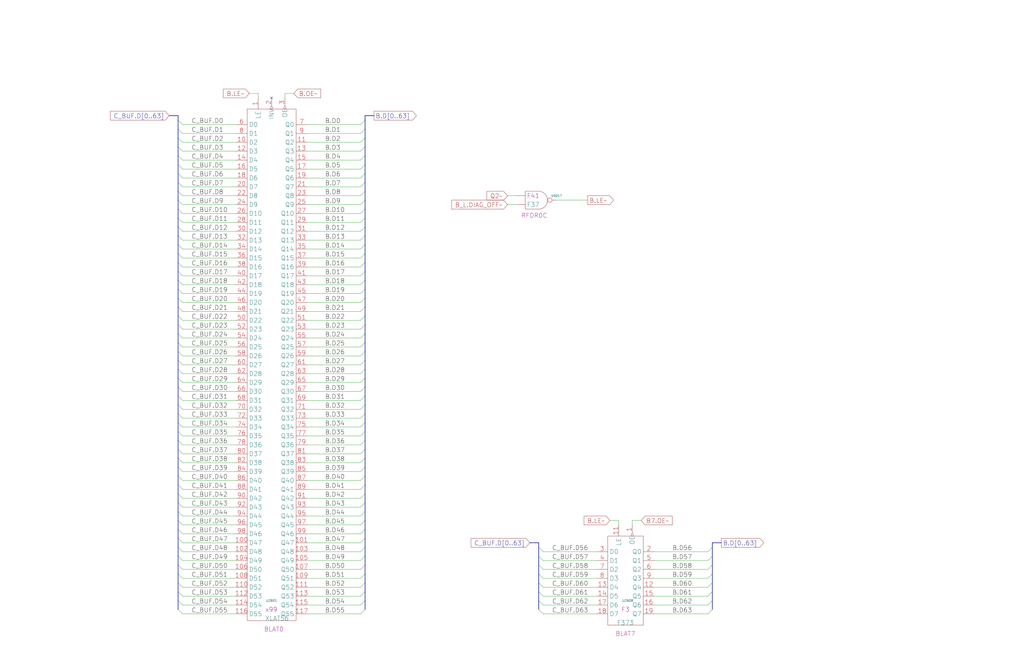
<source format=kicad_sch>
(kicad_sch (version 20230121) (generator eeschema)
  (paper "User" 584.2 378.46)
  (title_block (title "B LATCH") (date "22-MAR-90") (rev "1.0") (comment 1 "VALUE") (comment 2 "232-003063") (comment 3 "S400") (comment 4 "RELEASED"))
  (lib_symbols
    (symbol "r1000:F37" (pin_numbers hide) (pin_names (offset 0) hide)
      (property "Reference" "U" (at 15.24 0 0))
      (property "Value" "F37" (at 1.905 -5.08 0))
      (property "Location" "___" (at 1.905 0 0))
      (property "Name" "______" (at 2.54 -12.7 0))
      (symbol "F37_0_1"
        (polyline (pts (xy -2.54 -7.62) (xy 5.08 -7.62)) (stroke (width 0.1524)))
        (polyline (pts (xy -2.54 2.54) (xy -2.54 -7.62)) (stroke (width 0.1524)))
        (polyline (pts (xy -2.54 2.54) (xy 5.08 2.54)) (stroke (width 0.1524)))
        (arc (start 5.08 -7.62) (mid 10.1282 -2.54) (end 5.08 2.54) (stroke (width 0.1524)))
        (circle (center 11.43 -2.54) (radius 1.27) (stroke (width 0.1524)))
      )
      (symbol "F37_0_2"
        (circle (center -3.81 -5.08) (radius 1.27) (stroke (width 0.1524)))
        (circle (center -3.81 0) (radius 1.27) (stroke (width 0.1524)))
        (arc (start -3.175 -7.62) (mid -2.134 -2.54) (end -3.175 2.54) (stroke (width 0.1524)))
        (polyline (pts (xy -3.175 -7.62) (xy 3.81 -7.62)) (stroke (width 0.1524)))
        (polyline (pts (xy -3.175 2.54) (xy 3.81 2.54)) (stroke (width 0.1524)))
        (arc (start 3.81 -7.62) (mid 7.5855 -5.8306) (end 10.16 -2.54) (stroke (width 0.1524)))
        (arc (start 10.16 -2.54) (mid 7.5827 0.7471) (end 3.81 2.54) (stroke (width 0.1524)))
      )
      (symbol "F37_1_1"
        (pin input line (at -7.62 0 0) (length 5.08) (name "D0") (number "1"))
        (pin input line (at -7.62 -5.08 0) (length 5.08) (name "D1") (number "2"))
        (pin output line (at 15.24 -2.54 180) (length 2.54) (name "Q") (number "3"))
      )
      (symbol "F37_1_2"
        (pin input line (at -7.62 0 0) (length 2.54) (name "D0") (number "1"))
        (pin input line (at -7.62 -5.08 0) (length 2.54) (name "D1") (number "2"))
        (pin output line (at 15.24 -2.54 180) (length 5.08) (name "Q") (number "3"))
      )
    )
    (symbol "r1000:F373" (pin_names (offset 1.016))
      (property "Reference" "U" (at 2.54 5.08 0))
      (property "Value" "F373" (at -3.81 -7.62 0))
      (property "Location" "___" (at -1.27 0 0))
      (property "Name" "______" (at 1.27 -15.24 0))
      (symbol "F373_1_1"
        (rectangle (start -8.89 41.91) (end 11.43 -8.89))
        (circle (center 5.08 42.545) (radius 0.635))
        (pin input line (at 5.08 48.26 270) (length 5.08) (name "OE") (number "1"))
        (pin input line (at -2.54 48.26 270) (length 6.35) (name "LE") (number "11"))
        (pin tri_state line (at 17.78 12.7 180) (length 6.35) (name "Q4") (number "12"))
        (pin input line (at -15.24 12.7 0) (length 6.35) (name "D4") (number "13"))
        (pin input line (at -15.24 7.62 0) (length 6.35) (name "D5") (number "14"))
        (pin tri_state line (at 17.78 7.62 180) (length 6.35) (name "Q5") (number "15"))
        (pin tri_state line (at 17.78 2.54 180) (length 6.35) (name "Q6") (number "16"))
        (pin input line (at -15.24 2.54 0) (length 6.35) (name "D6") (number "17"))
        (pin input line (at -15.24 -2.54 0) (length 6.35) (name "D7") (number "18"))
        (pin tri_state line (at 17.78 -2.54 180) (length 6.35) (name "Q7") (number "19"))
        (pin tri_state line (at 17.78 33.02 180) (length 6.35) (name "Q0") (number "2"))
        (pin input line (at -15.24 33.02 0) (length 6.35) (name "D0") (number "3"))
        (pin input line (at -15.24 27.94 0) (length 6.35) (name "D1") (number "4"))
        (pin tri_state line (at 17.78 27.94 180) (length 6.35) (name "Q1") (number "5"))
        (pin tri_state line (at 17.78 22.86 180) (length 6.35) (name "Q2") (number "6"))
        (pin input line (at -15.24 22.86 0) (length 6.35) (name "D2") (number "7"))
        (pin input line (at -15.24 17.78 0) (length 6.35) (name "D3") (number "8"))
        (pin tri_state line (at 17.78 17.78 180) (length 6.35) (name "Q3") (number "9"))
      )
    )
    (symbol "r1000:XLAT56" (pin_names (offset 1.016))
      (property "Reference" "U" (at 2.54 5.08 0))
      (property "Value" "XLAT56" (at -1.27 -5.08 0))
      (property "Location" "___" (at -1.27 0 0))
      (property "Name" "______" (at 3.81 -12.7 0))
      (symbol "XLAT56_1_1"
        (rectangle (start -11.43 285.75) (end 16.51 -6.35))
        (circle (center 2.54 286.385) (radius 0.635))
        (circle (center 10.16 286.385) (radius 0.635))
        (pin input line (at -5.08 292.1 270) (length 6.35) (name "LE") (number "1"))
        (pin input line (at -17.78 266.7 0) (length 6.35) (name "D2") (number "10"))
        (pin input line (at -17.78 38.1 0) (length 6.35) (name "D47") (number "100"))
        (pin tri_state line (at 22.86 38.1 180) (length 6.35) (name "Q47") (number "101"))
        (pin input line (at -17.78 33.02 0) (length 6.35) (name "D48") (number "102"))
        (pin tri_state line (at 22.86 33.02 180) (length 6.35) (name "Q48") (number "103"))
        (pin input line (at -17.78 27.94 0) (length 6.35) (name "D49") (number "104"))
        (pin tri_state line (at 22.86 27.94 180) (length 6.35) (name "Q49") (number "105"))
        (pin input line (at -17.78 22.86 0) (length 6.35) (name "D50") (number "106"))
        (pin tri_state line (at 22.86 22.86 180) (length 6.35) (name "Q50") (number "107"))
        (pin input line (at -17.78 17.78 0) (length 6.35) (name "D51") (number "108"))
        (pin tri_state line (at 22.86 17.78 180) (length 6.35) (name "Q51") (number "109"))
        (pin tri_state line (at 22.86 266.7 180) (length 6.35) (name "Q2") (number "11"))
        (pin input line (at -17.78 12.7 0) (length 6.35) (name "D52") (number "110"))
        (pin tri_state line (at 22.86 12.7 180) (length 6.35) (name "Q52") (number "111"))
        (pin input line (at -17.78 7.62 0) (length 6.35) (name "D53") (number "112"))
        (pin tri_state line (at 22.86 7.62 180) (length 6.35) (name "Q53") (number "113"))
        (pin input line (at -17.78 2.54 0) (length 6.35) (name "D54") (number "114"))
        (pin tri_state line (at 22.86 2.54 180) (length 6.35) (name "Q54") (number "115"))
        (pin input line (at -17.78 -2.54 0) (length 6.35) (name "D55") (number "116"))
        (pin tri_state line (at 22.86 -2.54 180) (length 6.35) (name "Q55") (number "117"))
        (pin input line (at -17.78 261.62 0) (length 6.35) (name "D3") (number "12"))
        (pin tri_state line (at 22.86 261.62 180) (length 6.35) (name "Q3") (number "13"))
        (pin input line (at -17.78 256.54 0) (length 6.35) (name "D4") (number "14"))
        (pin tri_state line (at 22.86 256.54 180) (length 6.35) (name "Q4") (number "15"))
        (pin input line (at -17.78 251.46 0) (length 6.35) (name "D5") (number "16"))
        (pin tri_state line (at 22.86 251.46 180) (length 6.35) (name "Q5") (number "17"))
        (pin input line (at -17.78 246.38 0) (length 6.35) (name "D6") (number "18"))
        (pin tri_state line (at 22.86 246.38 180) (length 6.35) (name "Q6") (number "19"))
        (pin input line (at 2.54 292.1 270) (length 5.08) (name "INV") (number "2"))
        (pin input line (at -17.78 241.3 0) (length 6.35) (name "D7") (number "20"))
        (pin tri_state line (at 22.86 241.3 180) (length 6.35) (name "Q7") (number "21"))
        (pin input line (at -17.78 236.22 0) (length 6.35) (name "D8") (number "22"))
        (pin tri_state line (at 22.86 236.22 180) (length 6.35) (name "Q8") (number "23"))
        (pin input line (at -17.78 231.14 0) (length 6.35) (name "D9") (number "24"))
        (pin tri_state line (at 22.86 231.14 180) (length 6.35) (name "Q9") (number "25"))
        (pin input line (at -17.78 226.06 0) (length 6.35) (name "D10") (number "26"))
        (pin tri_state line (at 22.86 226.06 180) (length 6.35) (name "Q10") (number "27"))
        (pin input line (at -17.78 220.98 0) (length 6.35) (name "D11") (number "28"))
        (pin tri_state line (at 22.86 220.98 180) (length 6.35) (name "Q11") (number "29"))
        (pin input line (at 10.16 292.1 270) (length 5.08) (name "OE") (number "3"))
        (pin input line (at -17.78 215.9 0) (length 6.35) (name "D12") (number "30"))
        (pin tri_state line (at 22.86 215.9 180) (length 6.35) (name "Q12") (number "31"))
        (pin input line (at -17.78 210.82 0) (length 6.35) (name "D13") (number "32"))
        (pin tri_state line (at 22.86 210.82 180) (length 6.35) (name "Q13") (number "33"))
        (pin input line (at -17.78 205.74 0) (length 6.35) (name "D14") (number "34"))
        (pin tri_state line (at 22.86 205.74 180) (length 6.35) (name "Q14") (number "35"))
        (pin input line (at -17.78 200.66 0) (length 6.35) (name "D15") (number "36"))
        (pin tri_state line (at 22.86 200.66 180) (length 6.35) (name "Q15") (number "37"))
        (pin input line (at -17.78 195.58 0) (length 6.35) (name "D16") (number "38"))
        (pin tri_state line (at 22.86 195.58 180) (length 6.35) (name "Q16") (number "39"))
        (pin input line (at -17.78 190.5 0) (length 6.35) (name "D17") (number "40"))
        (pin tri_state line (at 22.86 190.5 180) (length 6.35) (name "Q17") (number "41"))
        (pin input line (at -17.78 185.42 0) (length 6.35) (name "D18") (number "42"))
        (pin tri_state line (at 22.86 185.42 180) (length 6.35) (name "Q18") (number "43"))
        (pin input line (at -17.78 180.34 0) (length 6.35) (name "D19") (number "44"))
        (pin tri_state line (at 22.86 180.34 180) (length 6.35) (name "Q19") (number "45"))
        (pin input line (at -17.78 175.26 0) (length 6.35) (name "D20") (number "46"))
        (pin tri_state line (at 22.86 175.26 180) (length 6.35) (name "Q20") (number "47"))
        (pin input line (at -17.78 170.18 0) (length 6.35) (name "D21") (number "48"))
        (pin tri_state line (at 22.86 170.18 180) (length 6.35) (name "Q21") (number "49"))
        (pin input line (at -17.78 165.1 0) (length 6.35) (name "D22") (number "50"))
        (pin tri_state line (at 22.86 165.1 180) (length 6.35) (name "Q22") (number "51"))
        (pin input line (at -17.78 160.02 0) (length 6.35) (name "D23") (number "52"))
        (pin tri_state line (at 22.86 160.02 180) (length 6.35) (name "Q23") (number "53"))
        (pin input line (at -17.78 154.94 0) (length 6.35) (name "D24") (number "54"))
        (pin tri_state line (at 22.86 154.94 180) (length 6.35) (name "Q24") (number "55"))
        (pin input line (at -17.78 149.86 0) (length 6.35) (name "D25") (number "56"))
        (pin tri_state line (at 22.86 149.86 180) (length 6.35) (name "Q25") (number "57"))
        (pin input line (at -17.78 144.78 0) (length 6.35) (name "D26") (number "58"))
        (pin tri_state line (at 22.86 144.78 180) (length 6.35) (name "Q26") (number "59"))
        (pin input line (at -17.78 276.86 0) (length 6.35) (name "D0") (number "6"))
        (pin input line (at -17.78 139.7 0) (length 6.35) (name "D27") (number "60"))
        (pin tri_state line (at 22.86 139.7 180) (length 6.35) (name "Q27") (number "61"))
        (pin input line (at -17.78 134.62 0) (length 6.35) (name "D28") (number "62"))
        (pin tri_state line (at 22.86 134.62 180) (length 6.35) (name "Q28") (number "63"))
        (pin input line (at -17.78 129.54 0) (length 6.35) (name "D29") (number "64"))
        (pin tri_state line (at 22.86 129.54 180) (length 6.35) (name "Q29") (number "65"))
        (pin input line (at -17.78 124.46 0) (length 6.35) (name "D30") (number "66"))
        (pin tri_state line (at 22.86 124.46 180) (length 6.35) (name "Q30") (number "67"))
        (pin input line (at -17.78 119.38 0) (length 6.35) (name "D31") (number "68"))
        (pin tri_state line (at 22.86 119.38 180) (length 6.35) (name "Q31") (number "69"))
        (pin tri_state line (at 22.86 276.86 180) (length 6.35) (name "Q0") (number "7"))
        (pin input line (at -17.78 114.3 0) (length 6.35) (name "D32") (number "70"))
        (pin tri_state line (at 22.86 114.3 180) (length 6.35) (name "Q32") (number "71"))
        (pin input line (at -17.78 109.22 0) (length 6.35) (name "D33") (number "72"))
        (pin tri_state line (at 22.86 109.22 180) (length 6.35) (name "Q33") (number "73"))
        (pin input line (at -17.78 104.14 0) (length 6.35) (name "D34") (number "74"))
        (pin tri_state line (at 22.86 104.14 180) (length 6.35) (name "Q34") (number "75"))
        (pin input line (at -17.78 99.06 0) (length 6.35) (name "D35") (number "76"))
        (pin tri_state line (at 22.86 99.06 180) (length 6.35) (name "Q35") (number "77"))
        (pin input line (at -17.78 93.98 0) (length 6.35) (name "D36") (number "78"))
        (pin tri_state line (at 22.86 93.98 180) (length 6.35) (name "Q36") (number "79"))
        (pin input line (at -17.78 271.78 0) (length 6.35) (name "D1") (number "8"))
        (pin input line (at -17.78 88.9 0) (length 6.35) (name "D37") (number "80"))
        (pin tri_state line (at 22.86 88.9 180) (length 6.35) (name "Q37") (number "81"))
        (pin input line (at -17.78 83.82 0) (length 6.35) (name "D38") (number "82"))
        (pin tri_state line (at 22.86 83.82 180) (length 6.35) (name "Q38") (number "83"))
        (pin input line (at -17.78 78.74 0) (length 6.35) (name "D39") (number "84"))
        (pin tri_state line (at 22.86 78.74 180) (length 6.35) (name "Q39") (number "85"))
        (pin input line (at -17.78 73.66 0) (length 6.35) (name "D40") (number "86"))
        (pin tri_state line (at 22.86 73.66 180) (length 6.35) (name "Q40") (number "87"))
        (pin input line (at -17.78 68.58 0) (length 6.35) (name "D41") (number "88"))
        (pin tri_state line (at 22.86 68.58 180) (length 6.35) (name "Q41") (number "89"))
        (pin tri_state line (at 22.86 271.78 180) (length 6.35) (name "Q1") (number "9"))
        (pin input line (at -17.78 63.5 0) (length 6.35) (name "D42") (number "90"))
        (pin tri_state line (at 22.86 63.5 180) (length 6.35) (name "Q42") (number "91"))
        (pin input line (at -17.78 58.42 0) (length 6.35) (name "D43") (number "92"))
        (pin tri_state line (at 22.86 58.42 180) (length 6.35) (name "Q43") (number "93"))
        (pin input line (at -17.78 53.34 0) (length 6.35) (name "D44") (number "94"))
        (pin tri_state line (at 22.86 53.34 180) (length 6.35) (name "Q44") (number "95"))
        (pin input line (at -17.78 48.26 0) (length 6.35) (name "D45") (number "96"))
        (pin tri_state line (at 22.86 48.26 180) (length 6.35) (name "Q45") (number "97"))
        (pin input line (at -17.78 43.18 0) (length 6.35) (name "D46") (number "98"))
        (pin tri_state line (at 22.86 43.18 180) (length 6.35) (name "Q46") (number "99"))
      )
    )
  )
  (no_connect (at 154.94 55.88))
  (bus_entry (at 208.28 78.74) (size -2.54 2.54))
  (bus_entry (at 208.28 160.02) (size -2.54 2.54))
  (bus_entry (at 208.28 266.7) (size -2.54 2.54))
  (bus_entry (at 101.6 281.94) (size 2.54 2.54))
  (bus_entry (at 208.28 332.74) (size -2.54 2.54))
  (bus_entry (at 101.6 109.22) (size 2.54 2.54))
  (bus_entry (at 101.6 190.5) (size 2.54 2.54))
  (bus_entry (at 208.28 134.62) (size -2.54 2.54))
  (bus_entry (at 208.28 226.06) (size -2.54 2.54))
  (bus_entry (at 208.28 180.34) (size -2.54 2.54))
  (bus_entry (at 101.6 251.46) (size 2.54 2.54))
  (bus_entry (at 101.6 149.86) (size 2.54 2.54))
  (bus_entry (at 208.28 261.62) (size -2.54 2.54))
  (bus_entry (at 101.6 144.78) (size 2.54 2.54))
  (bus_entry (at 101.6 302.26) (size 2.54 2.54))
  (bus_entry (at 101.6 246.38) (size 2.54 2.54))
  (bus_entry (at 208.28 292.1) (size -2.54 2.54))
  (bus_entry (at 101.6 78.74) (size 2.54 2.54))
  (bus_entry (at 208.28 307.34) (size -2.54 2.54))
  (bus_entry (at 208.28 312.42) (size -2.54 2.54))
  (bus_entry (at 208.28 139.7) (size -2.54 2.54))
  (bus_entry (at 208.28 73.66) (size -2.54 2.54))
  (bus_entry (at 101.6 114.3) (size 2.54 2.54))
  (bus_entry (at 307.34 317.5) (size 2.54 2.54))
  (bus_entry (at 208.28 195.58) (size -2.54 2.54))
  (bus_entry (at 208.28 170.18) (size -2.54 2.54))
  (bus_entry (at 208.28 342.9) (size -2.54 2.54))
  (bus_entry (at 208.28 129.54) (size -2.54 2.54))
  (bus_entry (at 307.34 322.58) (size 2.54 2.54))
  (bus_entry (at 208.28 109.22) (size -2.54 2.54))
  (bus_entry (at 208.28 347.98) (size -2.54 2.54))
  (bus_entry (at 101.6 83.82) (size 2.54 2.54))
  (bus_entry (at 101.6 185.42) (size 2.54 2.54))
  (bus_entry (at 208.28 322.58) (size -2.54 2.54))
  (bus_entry (at 101.6 332.74) (size 2.54 2.54))
  (bus_entry (at 208.28 327.66) (size -2.54 2.54))
  (bus_entry (at 101.6 134.62) (size 2.54 2.54))
  (bus_entry (at 208.28 175.26) (size -2.54 2.54))
  (bus_entry (at 307.34 327.66) (size 2.54 2.54))
  (bus_entry (at 101.6 73.66) (size 2.54 2.54))
  (bus_entry (at 101.6 347.98) (size 2.54 2.54))
  (bus_entry (at 101.6 93.98) (size 2.54 2.54))
  (bus_entry (at 208.28 154.94) (size -2.54 2.54))
  (bus_entry (at 101.6 165.1) (size 2.54 2.54))
  (bus_entry (at 208.28 124.46) (size -2.54 2.54))
  (bus_entry (at 101.6 180.34) (size 2.54 2.54))
  (bus_entry (at 208.28 119.38) (size -2.54 2.54))
  (bus_entry (at 208.28 276.86) (size -2.54 2.54))
  (bus_entry (at 101.6 68.58) (size 2.54 2.54))
  (bus_entry (at 101.6 261.62) (size 2.54 2.54))
  (bus_entry (at 208.28 200.66) (size -2.54 2.54))
  (bus_entry (at 101.6 195.58) (size 2.54 2.54))
  (bus_entry (at 101.6 129.54) (size 2.54 2.54))
  (bus_entry (at 101.6 119.38) (size 2.54 2.54))
  (bus_entry (at 101.6 139.7) (size 2.54 2.54))
  (bus_entry (at 208.28 236.22) (size -2.54 2.54))
  (bus_entry (at 208.28 165.1) (size -2.54 2.54))
  (bus_entry (at 101.6 220.98) (size 2.54 2.54))
  (bus_entry (at 101.6 327.66) (size 2.54 2.54))
  (bus_entry (at 208.28 104.14) (size -2.54 2.54))
  (bus_entry (at 406.4 317.5) (size -2.54 2.54))
  (bus_entry (at 208.28 99.06) (size -2.54 2.54))
  (bus_entry (at 208.28 185.42) (size -2.54 2.54))
  (bus_entry (at 208.28 68.58) (size -2.54 2.54))
  (bus_entry (at 406.4 322.58) (size -2.54 2.54))
  (bus_entry (at 406.4 312.42) (size -2.54 2.54))
  (bus_entry (at 208.28 83.82) (size -2.54 2.54))
  (bus_entry (at 208.28 241.3) (size -2.54 2.54))
  (bus_entry (at 307.34 337.82) (size 2.54 2.54))
  (bus_entry (at 208.28 231.14) (size -2.54 2.54))
  (bus_entry (at 208.28 337.82) (size -2.54 2.54))
  (bus_entry (at 101.6 322.58) (size 2.54 2.54))
  (bus_entry (at 208.28 114.3) (size -2.54 2.54))
  (bus_entry (at 208.28 144.78) (size -2.54 2.54))
  (bus_entry (at 101.6 215.9) (size 2.54 2.54))
  (bus_entry (at 208.28 190.5) (size -2.54 2.54))
  (bus_entry (at 208.28 215.9) (size -2.54 2.54))
  (bus_entry (at 208.28 281.94) (size -2.54 2.54))
  (bus_entry (at 208.28 256.54) (size -2.54 2.54))
  (bus_entry (at 101.6 241.3) (size 2.54 2.54))
  (bus_entry (at 101.6 266.7) (size 2.54 2.54))
  (bus_entry (at 101.6 104.14) (size 2.54 2.54))
  (bus_entry (at 101.6 271.78) (size 2.54 2.54))
  (bus_entry (at 208.28 88.9) (size -2.54 2.54))
  (bus_entry (at 307.34 342.9) (size 2.54 2.54))
  (bus_entry (at 101.6 226.06) (size 2.54 2.54))
  (bus_entry (at 208.28 287.02) (size -2.54 2.54))
  (bus_entry (at 101.6 276.86) (size 2.54 2.54))
  (bus_entry (at 406.4 327.66) (size -2.54 2.54))
  (bus_entry (at 208.28 297.18) (size -2.54 2.54))
  (bus_entry (at 406.4 337.82) (size -2.54 2.54))
  (bus_entry (at 208.28 271.78) (size -2.54 2.54))
  (bus_entry (at 101.6 154.94) (size 2.54 2.54))
  (bus_entry (at 208.28 93.98) (size -2.54 2.54))
  (bus_entry (at 208.28 149.86) (size -2.54 2.54))
  (bus_entry (at 101.6 307.34) (size 2.54 2.54))
  (bus_entry (at 208.28 302.26) (size -2.54 2.54))
  (bus_entry (at 101.6 175.26) (size 2.54 2.54))
  (bus_entry (at 101.6 210.82) (size 2.54 2.54))
  (bus_entry (at 101.6 200.66) (size 2.54 2.54))
  (bus_entry (at 101.6 342.9) (size 2.54 2.54))
  (bus_entry (at 101.6 231.14) (size 2.54 2.54))
  (bus_entry (at 101.6 292.1) (size 2.54 2.54))
  (bus_entry (at 101.6 312.42) (size 2.54 2.54))
  (bus_entry (at 101.6 99.06) (size 2.54 2.54))
  (bus_entry (at 101.6 236.22) (size 2.54 2.54))
  (bus_entry (at 208.28 210.82) (size -2.54 2.54))
  (bus_entry (at 307.34 332.74) (size 2.54 2.54))
  (bus_entry (at 101.6 160.02) (size 2.54 2.54))
  (bus_entry (at 208.28 246.38) (size -2.54 2.54))
  (bus_entry (at 101.6 124.46) (size 2.54 2.54))
  (bus_entry (at 101.6 88.9) (size 2.54 2.54))
  (bus_entry (at 307.34 312.42) (size 2.54 2.54))
  (bus_entry (at 101.6 297.18) (size 2.54 2.54))
  (bus_entry (at 406.4 332.74) (size -2.54 2.54))
  (bus_entry (at 208.28 317.5) (size -2.54 2.54))
  (bus_entry (at 101.6 337.82) (size 2.54 2.54))
  (bus_entry (at 208.28 220.98) (size -2.54 2.54))
  (bus_entry (at 307.34 347.98) (size 2.54 2.54))
  (bus_entry (at 406.4 347.98) (size -2.54 2.54))
  (bus_entry (at 208.28 205.74) (size -2.54 2.54))
  (bus_entry (at 101.6 256.54) (size 2.54 2.54))
  (bus_entry (at 101.6 205.74) (size 2.54 2.54))
  (bus_entry (at 101.6 287.02) (size 2.54 2.54))
  (bus_entry (at 406.4 342.9) (size -2.54 2.54))
  (bus_entry (at 101.6 317.5) (size 2.54 2.54))
  (bus_entry (at 208.28 251.46) (size -2.54 2.54))
  (bus_entry (at 101.6 170.18) (size 2.54 2.54))
  (wire (pts (xy 353.06 297.18) (xy 353.06 299.72)))
  (wire (pts (xy 147.32 53.34) (xy 147.32 55.88)))
  (bus (pts (xy 208.28 226.06) (xy 208.28 231.14)))
  (wire (pts (xy 175.26 248.92) (xy 205.74 248.92)))
  (bus (pts (xy 101.6 271.78) (xy 101.6 276.86)))
  (wire (pts (xy 373.38 320.04) (xy 403.86 320.04)))
  (bus (pts (xy 208.28 124.46) (xy 208.28 129.54)))
  (bus (pts (xy 101.6 246.38) (xy 101.6 251.46)))
  (bus (pts (xy 406.4 312.42) (xy 406.4 317.5)))
  (wire (pts (xy 175.26 132.08) (xy 205.74 132.08)))
  (wire (pts (xy 104.14 157.48) (xy 134.62 157.48)))
  (wire (pts (xy 104.14 208.28) (xy 134.62 208.28)))
  (bus (pts (xy 101.6 195.58) (xy 101.6 200.66)))
  (wire (pts (xy 175.26 177.8) (xy 205.74 177.8)))
  (wire (pts (xy 104.14 76.2) (xy 134.62 76.2)))
  (wire (pts (xy 142.24 53.34) (xy 147.32 53.34)))
  (wire (pts (xy 175.26 96.52) (xy 205.74 96.52)))
  (bus (pts (xy 101.6 180.34) (xy 101.6 185.42)))
  (wire (pts (xy 104.14 289.56) (xy 134.62 289.56)))
  (wire (pts (xy 104.14 314.96) (xy 134.62 314.96)))
  (bus (pts (xy 208.28 266.7) (xy 208.28 271.78)))
  (wire (pts (xy 104.14 284.48) (xy 134.62 284.48)))
  (wire (pts (xy 175.26 101.6) (xy 205.74 101.6)))
  (bus (pts (xy 208.28 251.46) (xy 208.28 256.54)))
  (wire (pts (xy 309.88 350.52) (xy 340.36 350.52)))
  (wire (pts (xy 104.14 213.36) (xy 134.62 213.36)))
  (wire (pts (xy 104.14 264.16) (xy 134.62 264.16)))
  (wire (pts (xy 175.26 213.36) (xy 205.74 213.36)))
  (bus (pts (xy 101.6 276.86) (xy 101.6 281.94)))
  (bus (pts (xy 101.6 297.18) (xy 101.6 302.26)))
  (bus (pts (xy 406.4 327.66) (xy 406.4 332.74)))
  (bus (pts (xy 101.6 312.42) (xy 101.6 317.5)))
  (wire (pts (xy 167.64 53.34) (xy 162.56 53.34)))
  (wire (pts (xy 175.26 111.76) (xy 205.74 111.76)))
  (bus (pts (xy 208.28 73.66) (xy 208.28 78.74)))
  (wire (pts (xy 104.14 233.68) (xy 134.62 233.68)))
  (wire (pts (xy 175.26 299.72) (xy 205.74 299.72)))
  (bus (pts (xy 101.6 190.5) (xy 101.6 195.58)))
  (wire (pts (xy 175.26 162.56) (xy 205.74 162.56)))
  (wire (pts (xy 104.14 172.72) (xy 134.62 172.72)))
  (bus (pts (xy 101.6 144.78) (xy 101.6 149.86)))
  (bus (pts (xy 101.6 99.06) (xy 101.6 104.14)))
  (bus (pts (xy 208.28 175.26) (xy 208.28 180.34)))
  (bus (pts (xy 208.28 160.02) (xy 208.28 165.1)))
  (wire (pts (xy 104.14 340.36) (xy 134.62 340.36)))
  (bus (pts (xy 208.28 165.1) (xy 208.28 170.18)))
  (bus (pts (xy 101.6 266.7) (xy 101.6 271.78)))
  (wire (pts (xy 175.26 233.68) (xy 205.74 233.68)))
  (bus (pts (xy 208.28 246.38) (xy 208.28 251.46)))
  (wire (pts (xy 104.14 86.36) (xy 134.62 86.36)))
  (wire (pts (xy 373.38 325.12) (xy 403.86 325.12)))
  (bus (pts (xy 208.28 231.14) (xy 208.28 236.22)))
  (wire (pts (xy 104.14 198.12) (xy 134.62 198.12)))
  (bus (pts (xy 101.6 241.3) (xy 101.6 246.38)))
  (bus (pts (xy 208.28 327.66) (xy 208.28 332.74)))
  (bus (pts (xy 101.6 322.58) (xy 101.6 327.66)))
  (wire (pts (xy 104.14 187.96) (xy 134.62 187.96)))
  (bus (pts (xy 208.28 180.34) (xy 208.28 185.42)))
  (bus (pts (xy 208.28 68.58) (xy 208.28 73.66)))
  (wire (pts (xy 175.26 264.16) (xy 205.74 264.16)))
  (wire (pts (xy 104.14 177.8) (xy 134.62 177.8)))
  (bus (pts (xy 101.6 287.02) (xy 101.6 292.1)))
  (bus (pts (xy 101.6 149.86) (xy 101.6 154.94)))
  (wire (pts (xy 104.14 203.2) (xy 134.62 203.2)))
  (wire (pts (xy 365.76 297.18) (xy 360.68 297.18)))
  (wire (pts (xy 175.26 208.28) (xy 205.74 208.28)))
  (wire (pts (xy 175.26 345.44) (xy 205.74 345.44)))
  (wire (pts (xy 175.26 223.52) (xy 205.74 223.52)))
  (wire (pts (xy 104.14 335.28) (xy 134.62 335.28)))
  (wire (pts (xy 104.14 243.84) (xy 134.62 243.84)))
  (bus (pts (xy 307.34 312.42) (xy 307.34 317.5)))
  (bus (pts (xy 307.34 332.74) (xy 307.34 337.82)))
  (wire (pts (xy 175.26 193.04) (xy 205.74 193.04)))
  (wire (pts (xy 175.26 71.12) (xy 205.74 71.12)))
  (wire (pts (xy 373.38 345.44) (xy 403.86 345.44)))
  (wire (pts (xy 104.14 218.44) (xy 134.62 218.44)))
  (wire (pts (xy 104.14 101.6) (xy 134.62 101.6)))
  (wire (pts (xy 104.14 259.08) (xy 134.62 259.08)))
  (wire (pts (xy 175.26 147.32) (xy 205.74 147.32)))
  (bus (pts (xy 208.28 104.14) (xy 208.28 109.22)))
  (wire (pts (xy 175.26 340.36) (xy 205.74 340.36)))
  (bus (pts (xy 208.28 185.42) (xy 208.28 190.5)))
  (wire (pts (xy 175.26 121.92) (xy 205.74 121.92)))
  (bus (pts (xy 101.6 119.38) (xy 101.6 124.46)))
  (bus (pts (xy 101.6 175.26) (xy 101.6 180.34)))
  (bus (pts (xy 208.28 215.9) (xy 208.28 220.98)))
  (wire (pts (xy 104.14 137.16) (xy 134.62 137.16)))
  (bus (pts (xy 302.26 309.88) (xy 307.34 309.88)))
  (wire (pts (xy 309.88 340.36) (xy 340.36 340.36)))
  (bus (pts (xy 101.6 342.9) (xy 101.6 347.98)))
  (wire (pts (xy 104.14 193.04) (xy 134.62 193.04)))
  (bus (pts (xy 101.6 185.42) (xy 101.6 190.5)))
  (bus (pts (xy 208.28 312.42) (xy 208.28 317.5)))
  (wire (pts (xy 175.26 279.4) (xy 205.74 279.4)))
  (bus (pts (xy 101.6 139.7) (xy 101.6 144.78)))
  (wire (pts (xy 175.26 254) (xy 205.74 254)))
  (bus (pts (xy 208.28 93.98) (xy 208.28 99.06)))
  (bus (pts (xy 208.28 205.74) (xy 208.28 210.82)))
  (bus (pts (xy 101.6 83.82) (xy 101.6 88.9)))
  (bus (pts (xy 208.28 342.9) (xy 208.28 347.98)))
  (bus (pts (xy 411.48 309.88) (xy 406.4 309.88)))
  (bus (pts (xy 208.28 114.3) (xy 208.28 119.38)))
  (wire (pts (xy 309.88 335.28) (xy 340.36 335.28)))
  (bus (pts (xy 208.28 200.66) (xy 208.28 205.74)))
  (bus (pts (xy 208.28 154.94) (xy 208.28 160.02)))
  (bus (pts (xy 406.4 342.9) (xy 406.4 347.98)))
  (bus (pts (xy 101.6 154.94) (xy 101.6 160.02)))
  (bus (pts (xy 208.28 317.5) (xy 208.28 322.58)))
  (wire (pts (xy 104.14 304.8) (xy 134.62 304.8)))
  (bus (pts (xy 101.6 73.66) (xy 101.6 78.74)))
  (wire (pts (xy 104.14 330.2) (xy 134.62 330.2)))
  (bus (pts (xy 101.6 327.66) (xy 101.6 332.74)))
  (bus (pts (xy 101.6 251.46) (xy 101.6 256.54)))
  (wire (pts (xy 175.26 127) (xy 205.74 127)))
  (wire (pts (xy 289.56 111.76) (xy 294.64 111.76)))
  (bus (pts (xy 307.34 327.66) (xy 307.34 332.74)))
  (bus (pts (xy 208.28 332.74) (xy 208.28 337.82)))
  (wire (pts (xy 104.14 228.6) (xy 134.62 228.6)))
  (wire (pts (xy 104.14 142.24) (xy 134.62 142.24)))
  (wire (pts (xy 104.14 106.68) (xy 134.62 106.68)))
  (bus (pts (xy 208.28 134.62) (xy 208.28 139.7)))
  (wire (pts (xy 309.88 330.2) (xy 340.36 330.2)))
  (bus (pts (xy 208.28 276.86) (xy 208.28 281.94)))
  (bus (pts (xy 406.4 309.88) (xy 406.4 312.42)))
  (bus (pts (xy 101.6 78.74) (xy 101.6 83.82)))
  (bus (pts (xy 208.28 236.22) (xy 208.28 241.3)))
  (wire (pts (xy 175.26 309.88) (xy 205.74 309.88)))
  (bus (pts (xy 101.6 302.26) (xy 101.6 307.34)))
  (wire (pts (xy 104.14 152.4) (xy 134.62 152.4)))
  (wire (pts (xy 175.26 228.6) (xy 205.74 228.6)))
  (bus (pts (xy 208.28 190.5) (xy 208.28 195.58)))
  (wire (pts (xy 309.88 314.96) (xy 340.36 314.96)))
  (wire (pts (xy 309.88 325.12) (xy 340.36 325.12)))
  (wire (pts (xy 104.14 274.32) (xy 134.62 274.32)))
  (bus (pts (xy 208.28 170.18) (xy 208.28 175.26)))
  (bus (pts (xy 101.6 200.66) (xy 101.6 205.74)))
  (bus (pts (xy 101.6 281.94) (xy 101.6 287.02)))
  (wire (pts (xy 317.5 114.3) (xy 335.28 114.3)))
  (wire (pts (xy 175.26 182.88) (xy 205.74 182.88)))
  (bus (pts (xy 101.6 109.22) (xy 101.6 114.3)))
  (wire (pts (xy 175.26 81.28) (xy 205.74 81.28)))
  (wire (pts (xy 104.14 71.12) (xy 134.62 71.12)))
  (bus (pts (xy 213.36 66.04) (xy 208.28 66.04)))
  (bus (pts (xy 101.6 129.54) (xy 101.6 134.62)))
  (bus (pts (xy 208.28 149.86) (xy 208.28 154.94)))
  (bus (pts (xy 406.4 332.74) (xy 406.4 337.82)))
  (bus (pts (xy 307.34 342.9) (xy 307.34 347.98)))
  (wire (pts (xy 175.26 86.36) (xy 205.74 86.36)))
  (bus (pts (xy 406.4 322.58) (xy 406.4 327.66)))
  (bus (pts (xy 101.6 231.14) (xy 101.6 236.22)))
  (bus (pts (xy 208.28 261.62) (xy 208.28 266.7)))
  (wire (pts (xy 175.26 203.2) (xy 205.74 203.2)))
  (bus (pts (xy 101.6 124.46) (xy 101.6 129.54)))
  (wire (pts (xy 175.26 314.96) (xy 205.74 314.96)))
  (bus (pts (xy 208.28 302.26) (xy 208.28 307.34)))
  (bus (pts (xy 101.6 210.82) (xy 101.6 215.9)))
  (bus (pts (xy 307.34 337.82) (xy 307.34 342.9)))
  (bus (pts (xy 208.28 241.3) (xy 208.28 246.38)))
  (wire (pts (xy 104.14 223.52) (xy 134.62 223.52)))
  (wire (pts (xy 104.14 127) (xy 134.62 127)))
  (bus (pts (xy 208.28 144.78) (xy 208.28 149.86)))
  (bus (pts (xy 101.6 226.06) (xy 101.6 231.14)))
  (wire (pts (xy 360.68 297.18) (xy 360.68 299.72)))
  (wire (pts (xy 175.26 172.72) (xy 205.74 172.72)))
  (bus (pts (xy 101.6 88.9) (xy 101.6 93.98)))
  (bus (pts (xy 307.34 309.88) (xy 307.34 312.42)))
  (bus (pts (xy 208.28 78.74) (xy 208.28 83.82)))
  (wire (pts (xy 309.88 345.44) (xy 340.36 345.44)))
  (wire (pts (xy 175.26 243.84) (xy 205.74 243.84)))
  (wire (pts (xy 175.26 187.96) (xy 205.74 187.96)))
  (bus (pts (xy 208.28 66.04) (xy 208.28 68.58)))
  (wire (pts (xy 162.56 53.34) (xy 162.56 55.88)))
  (bus (pts (xy 208.28 307.34) (xy 208.28 312.42)))
  (bus (pts (xy 208.28 210.82) (xy 208.28 215.9)))
  (bus (pts (xy 101.6 332.74) (xy 101.6 337.82)))
  (wire (pts (xy 104.14 91.44) (xy 134.62 91.44)))
  (wire (pts (xy 104.14 309.88) (xy 134.62 309.88)))
  (wire (pts (xy 104.14 294.64) (xy 134.62 294.64)))
  (bus (pts (xy 208.28 287.02) (xy 208.28 292.1)))
  (wire (pts (xy 104.14 121.92) (xy 134.62 121.92)))
  (wire (pts (xy 175.26 152.4) (xy 205.74 152.4)))
  (bus (pts (xy 208.28 109.22) (xy 208.28 114.3)))
  (wire (pts (xy 373.38 314.96) (xy 403.86 314.96)))
  (bus (pts (xy 208.28 281.94) (xy 208.28 287.02)))
  (wire (pts (xy 175.26 142.24) (xy 205.74 142.24)))
  (wire (pts (xy 175.26 218.44) (xy 205.74 218.44)))
  (wire (pts (xy 104.14 116.84) (xy 134.62 116.84)))
  (bus (pts (xy 101.6 220.98) (xy 101.6 226.06)))
  (bus (pts (xy 101.6 104.14) (xy 101.6 109.22)))
  (bus (pts (xy 208.28 83.82) (xy 208.28 88.9)))
  (wire (pts (xy 104.14 81.28) (xy 134.62 81.28)))
  (bus (pts (xy 406.4 317.5) (xy 406.4 322.58)))
  (wire (pts (xy 373.38 330.2) (xy 403.86 330.2)))
  (bus (pts (xy 101.6 68.58) (xy 101.6 73.66)))
  (wire (pts (xy 175.26 304.8) (xy 205.74 304.8)))
  (bus (pts (xy 101.6 160.02) (xy 101.6 165.1)))
  (wire (pts (xy 104.14 299.72) (xy 134.62 299.72)))
  (wire (pts (xy 175.26 137.16) (xy 205.74 137.16)))
  (wire (pts (xy 175.26 350.52) (xy 205.74 350.52)))
  (wire (pts (xy 104.14 325.12) (xy 134.62 325.12)))
  (wire (pts (xy 104.14 254) (xy 134.62 254)))
  (bus (pts (xy 307.34 322.58) (xy 307.34 327.66)))
  (bus (pts (xy 101.6 134.62) (xy 101.6 139.7)))
  (bus (pts (xy 101.6 205.74) (xy 101.6 210.82)))
  (bus (pts (xy 101.6 170.18) (xy 101.6 175.26)))
  (bus (pts (xy 208.28 195.58) (xy 208.28 200.66)))
  (bus (pts (xy 101.6 256.54) (xy 101.6 261.62)))
  (bus (pts (xy 101.6 114.3) (xy 101.6 119.38)))
  (bus (pts (xy 208.28 119.38) (xy 208.28 124.46)))
  (wire (pts (xy 347.98 297.18) (xy 353.06 297.18)))
  (wire (pts (xy 175.26 198.12) (xy 205.74 198.12)))
  (wire (pts (xy 175.26 259.08) (xy 205.74 259.08)))
  (bus (pts (xy 101.6 165.1) (xy 101.6 170.18)))
  (wire (pts (xy 373.38 340.36) (xy 403.86 340.36)))
  (wire (pts (xy 175.26 76.2) (xy 205.74 76.2)))
  (wire (pts (xy 104.14 320.04) (xy 134.62 320.04)))
  (wire (pts (xy 175.26 330.2) (xy 205.74 330.2)))
  (bus (pts (xy 101.6 317.5) (xy 101.6 322.58)))
  (bus (pts (xy 208.28 337.82) (xy 208.28 342.9)))
  (wire (pts (xy 104.14 248.92) (xy 134.62 248.92)))
  (wire (pts (xy 104.14 167.64) (xy 134.62 167.64)))
  (bus (pts (xy 101.6 307.34) (xy 101.6 312.42)))
  (bus (pts (xy 208.28 129.54) (xy 208.28 134.62)))
  (bus (pts (xy 101.6 93.98) (xy 101.6 99.06)))
  (bus (pts (xy 101.6 337.82) (xy 101.6 342.9)))
  (bus (pts (xy 406.4 337.82) (xy 406.4 342.9)))
  (wire (pts (xy 104.14 96.52) (xy 134.62 96.52)))
  (wire (pts (xy 104.14 132.08) (xy 134.62 132.08)))
  (wire (pts (xy 104.14 350.52) (xy 134.62 350.52)))
  (bus (pts (xy 101.6 236.22) (xy 101.6 241.3)))
  (wire (pts (xy 175.26 269.24) (xy 205.74 269.24)))
  (bus (pts (xy 208.28 139.7) (xy 208.28 144.78)))
  (wire (pts (xy 175.26 274.32) (xy 205.74 274.32)))
  (wire (pts (xy 373.38 350.52) (xy 403.86 350.52)))
  (wire (pts (xy 373.38 335.28) (xy 403.86 335.28)))
  (bus (pts (xy 101.6 66.04) (xy 101.6 68.58)))
  (bus (pts (xy 208.28 88.9) (xy 208.28 93.98)))
  (bus (pts (xy 208.28 220.98) (xy 208.28 226.06)))
  (wire (pts (xy 175.26 91.44) (xy 205.74 91.44)))
  (wire (pts (xy 104.14 345.44) (xy 134.62 345.44)))
  (bus (pts (xy 208.28 256.54) (xy 208.28 261.62)))
  (wire (pts (xy 289.56 116.84) (xy 294.64 116.84)))
  (wire (pts (xy 309.88 320.04) (xy 340.36 320.04)))
  (wire (pts (xy 104.14 182.88) (xy 134.62 182.88)))
  (wire (pts (xy 104.14 269.24) (xy 134.62 269.24)))
  (wire (pts (xy 175.26 294.64) (xy 205.74 294.64)))
  (bus (pts (xy 208.28 292.1) (xy 208.28 297.18)))
  (wire (pts (xy 175.26 320.04) (xy 205.74 320.04)))
  (wire (pts (xy 104.14 111.76) (xy 134.62 111.76)))
  (bus (pts (xy 101.6 261.62) (xy 101.6 266.7)))
  (wire (pts (xy 175.26 289.56) (xy 205.74 289.56)))
  (wire (pts (xy 104.14 147.32) (xy 134.62 147.32)))
  (bus (pts (xy 208.28 297.18) (xy 208.28 302.26)))
  (bus (pts (xy 96.52 66.04) (xy 101.6 66.04)))
  (wire (pts (xy 175.26 325.12) (xy 205.74 325.12)))
  (wire (pts (xy 175.26 157.48) (xy 205.74 157.48)))
  (wire (pts (xy 104.14 238.76) (xy 134.62 238.76)))
  (bus (pts (xy 101.6 215.9) (xy 101.6 220.98)))
  (wire (pts (xy 175.26 238.76) (xy 205.74 238.76)))
  (wire (pts (xy 104.14 279.4) (xy 134.62 279.4)))
  (wire (pts (xy 175.26 106.68) (xy 205.74 106.68)))
  (wire (pts (xy 104.14 162.56) (xy 134.62 162.56)))
  (bus (pts (xy 307.34 317.5) (xy 307.34 322.58)))
  (wire (pts (xy 175.26 167.64) (xy 205.74 167.64)))
  (wire (pts (xy 175.26 284.48) (xy 205.74 284.48)))
  (bus (pts (xy 101.6 292.1) (xy 101.6 297.18)))
  (bus (pts (xy 208.28 99.06) (xy 208.28 104.14)))
  (bus (pts (xy 208.28 322.58) (xy 208.28 327.66)))
  (bus (pts (xy 208.28 271.78) (xy 208.28 276.86)))
  (wire (pts (xy 175.26 335.28) (xy 205.74 335.28)))
  (wire (pts (xy 175.26 116.84) (xy 205.74 116.84)))
  (label "B.D16" (at 185.42 152.4 0) (effects (font (size 2.54 2.54))))
  (label "C_BUF.D46" (at 109.22 304.8 0) (effects (font (size 2.54 2.54))))
  (label "B.D19" (at 185.42 167.64 0) (effects (font (size 2.54 2.54))))
  (label "C_BUF.D14" (at 109.22 142.24 0) (effects (font (size 2.54 2.54))))
  (label "B.D17" (at 185.42 157.48 0) (effects (font (size 2.54 2.54))))
  (label "B.D50" (at 185.42 325.12 0) (effects (font (size 2.54 2.54))))
  (label "B.D27" (at 185.42 208.28 0) (effects (font (size 2.54 2.54))))
  (label "C_BUF.D25" (at 109.22 198.12 0) (effects (font (size 2.54 2.54))))
  (label "B.D28" (at 185.42 213.36 0) (effects (font (size 2.54 2.54))))
  (label "C_BUF.D35" (at 109.22 248.92 0) (effects (font (size 2.54 2.54))))
  (label "C_BUF.D27" (at 109.22 208.28 0) (effects (font (size 2.54 2.54))))
  (label "B.D42" (at 185.42 284.48 0) (effects (font (size 2.54 2.54))))
  (label "C_BUF.D37" (at 109.22 259.08 0) (effects (font (size 2.54 2.54))))
  (label "B.D51" (at 185.42 330.2 0) (effects (font (size 2.54 2.54))))
  (label "B.D15" (at 185.42 147.32 0) (effects (font (size 2.54 2.54))))
  (label "B.D39" (at 185.42 269.24 0) (effects (font (size 2.54 2.54))))
  (label "C_BUF.D9" (at 109.22 116.84 0) (effects (font (size 2.54 2.54))))
  (label "C_BUF.D4" (at 109.22 91.44 0) (effects (font (size 2.54 2.54))))
  (label "B.D54" (at 185.42 345.44 0) (effects (font (size 2.54 2.54))))
  (label "B.D26" (at 185.42 203.2 0) (effects (font (size 2.54 2.54))))
  (label "B.D35" (at 185.42 248.92 0) (effects (font (size 2.54 2.54))))
  (label "C_BUF.D56" (at 314.96 314.96 0) (effects (font (size 2.54 2.54))))
  (label "C_BUF.D41" (at 109.22 279.4 0) (effects (font (size 2.54 2.54))))
  (label "B.D46" (at 185.42 304.8 0) (effects (font (size 2.54 2.54))))
  (label "B.D22" (at 185.42 182.88 0) (effects (font (size 2.54 2.54))))
  (label "B.D33" (at 185.42 238.76 0) (effects (font (size 2.54 2.54))))
  (label "B.D49" (at 185.42 320.04 0) (effects (font (size 2.54 2.54))))
  (label "C_BUF.D29" (at 109.22 218.44 0) (effects (font (size 2.54 2.54))))
  (label "B.D36" (at 185.42 254 0) (effects (font (size 2.54 2.54))))
  (label "C_BUF.D24" (at 109.22 193.04 0) (effects (font (size 2.54 2.54))))
  (label "C_BUF.D42" (at 109.22 284.48 0) (effects (font (size 2.54 2.54))))
  (label "B.D58" (at 383.54 325.12 0) (effects (font (size 2.54 2.54))))
  (label "B.D45" (at 185.42 299.72 0) (effects (font (size 2.54 2.54))))
  (label "C_BUF.D47" (at 109.22 309.88 0) (effects (font (size 2.54 2.54))))
  (label "B.D32" (at 185.42 233.68 0) (effects (font (size 2.54 2.54))))
  (label "B.D9" (at 185.42 116.84 0) (effects (font (size 2.54 2.54))))
  (label "B.D11" (at 185.42 127 0) (effects (font (size 2.54 2.54))))
  (label "C_BUF.D28" (at 109.22 213.36 0) (effects (font (size 2.54 2.54))))
  (label "B.D23" (at 185.42 187.96 0) (effects (font (size 2.54 2.54))))
  (label "B.D21" (at 185.42 177.8 0) (effects (font (size 2.54 2.54))))
  (label "C_BUF.D21" (at 109.22 177.8 0) (effects (font (size 2.54 2.54))))
  (label "C_BUF.D26" (at 109.22 203.2 0) (effects (font (size 2.54 2.54))))
  (label "C_BUF.D48" (at 109.22 314.96 0) (effects (font (size 2.54 2.54))))
  (label "C_BUF.D54" (at 109.22 345.44 0) (effects (font (size 2.54 2.54))))
  (label "B.D31" (at 185.42 228.6 0) (effects (font (size 2.54 2.54))))
  (label "B.D55" (at 185.42 350.52 0) (effects (font (size 2.54 2.54))))
  (label "C_BUF.D23" (at 109.22 187.96 0) (effects (font (size 2.54 2.54))))
  (label "B.D2" (at 185.42 81.28 0) (effects (font (size 2.54 2.54))))
  (label "B.D61" (at 383.54 340.36 0) (effects (font (size 2.54 2.54))))
  (label "C_BUF.D43" (at 109.22 289.56 0) (effects (font (size 2.54 2.54))))
  (label "B.D57" (at 383.54 320.04 0) (effects (font (size 2.54 2.54))))
  (label "B.D38" (at 185.42 264.16 0) (effects (font (size 2.54 2.54))))
  (label "B.D6" (at 185.42 101.6 0) (effects (font (size 2.54 2.54))))
  (label "C_BUF.D31" (at 109.22 228.6 0) (effects (font (size 2.54 2.54))))
  (label "B.D41" (at 185.42 279.4 0) (effects (font (size 2.54 2.54))))
  (label "C_BUF.D49" (at 109.22 320.04 0) (effects (font (size 2.54 2.54))))
  (label "B.D63" (at 383.54 350.52 0) (effects (font (size 2.54 2.54))))
  (label "C_BUF.D33" (at 109.22 238.76 0) (effects (font (size 2.54 2.54))))
  (label "B.D29" (at 185.42 218.44 0) (effects (font (size 2.54 2.54))))
  (label "B.D62" (at 383.54 345.44 0) (effects (font (size 2.54 2.54))))
  (label "C_BUF.D62" (at 314.96 345.44 0) (effects (font (size 2.54 2.54))))
  (label "B.D53" (at 185.42 340.36 0) (effects (font (size 2.54 2.54))))
  (label "C_BUF.D0" (at 109.22 71.12 0) (effects (font (size 2.54 2.54))))
  (label "C_BUF.D63" (at 314.96 350.52 0) (effects (font (size 2.54 2.54))))
  (label "B.D1" (at 185.42 76.2 0) (effects (font (size 2.54 2.54))))
  (label "B.D44" (at 185.42 294.64 0) (effects (font (size 2.54 2.54))))
  (label "C_BUF.D30" (at 109.22 223.52 0) (effects (font (size 2.54 2.54))))
  (label "C_BUF.D38" (at 109.22 264.16 0) (effects (font (size 2.54 2.54))))
  (label "C_BUF.D15" (at 109.22 147.32 0) (effects (font (size 2.54 2.54))))
  (label "B.D47" (at 185.42 309.88 0) (effects (font (size 2.54 2.54))))
  (label "C_BUF.D22" (at 109.22 182.88 0) (effects (font (size 2.54 2.54))))
  (label "B.D60" (at 383.54 335.28 0) (effects (font (size 2.54 2.54))))
  (label "B.D5" (at 185.42 96.52 0) (effects (font (size 2.54 2.54))))
  (label "B.D14" (at 185.42 142.24 0) (effects (font (size 2.54 2.54))))
  (label "C_BUF.D55" (at 109.22 350.52 0) (effects (font (size 2.54 2.54))))
  (label "C_BUF.D44" (at 109.22 294.64 0) (effects (font (size 2.54 2.54))))
  (label "C_BUF.D50" (at 109.22 325.12 0) (effects (font (size 2.54 2.54))))
  (label "C_BUF.D57" (at 314.96 320.04 0) (effects (font (size 2.54 2.54))))
  (label "B.D0" (at 185.42 71.12 0) (effects (font (size 2.54 2.54))))
  (label "C_BUF.D45" (at 109.22 299.72 0) (effects (font (size 2.54 2.54))))
  (label "C_BUF.D36" (at 109.22 254 0) (effects (font (size 2.54 2.54))))
  (label "C_BUF.D34" (at 109.22 243.84 0) (effects (font (size 2.54 2.54))))
  (label "C_BUF.D60" (at 314.96 335.28 0) (effects (font (size 2.54 2.54))))
  (label "B.D25" (at 185.42 198.12 0) (effects (font (size 2.54 2.54))))
  (label "C_BUF.D10" (at 109.22 121.92 0) (effects (font (size 2.54 2.54))))
  (label "C_BUF.D8" (at 109.22 111.76 0) (effects (font (size 2.54 2.54))))
  (label "B.D59" (at 383.54 330.2 0) (effects (font (size 2.54 2.54))))
  (label "C_BUF.D7" (at 109.22 106.68 0) (effects (font (size 2.54 2.54))))
  (label "C_BUF.D2" (at 109.22 81.28 0) (effects (font (size 2.54 2.54))))
  (label "B.D13" (at 185.42 137.16 0) (effects (font (size 2.54 2.54))))
  (label "C_BUF.D53" (at 109.22 340.36 0) (effects (font (size 2.54 2.54))))
  (label "B.D4" (at 185.42 91.44 0) (effects (font (size 2.54 2.54))))
  (label "B.D12" (at 185.42 132.08 0) (effects (font (size 2.54 2.54))))
  (label "B.D30" (at 185.42 223.52 0) (effects (font (size 2.54 2.54))))
  (label "B.D48" (at 185.42 314.96 0) (effects (font (size 2.54 2.54))))
  (label "C_BUF.D32" (at 109.22 233.68 0) (effects (font (size 2.54 2.54))))
  (label "C_BUF.D11" (at 109.22 127 0) (effects (font (size 2.54 2.54))))
  (label "C_BUF.D12" (at 109.22 132.08 0) (effects (font (size 2.54 2.54))))
  (label "B.D7" (at 185.42 106.68 0) (effects (font (size 2.54 2.54))))
  (label "C_BUF.D17" (at 109.22 157.48 0) (effects (font (size 2.54 2.54))))
  (label "C_BUF.D59" (at 314.96 330.2 0) (effects (font (size 2.54 2.54))))
  (label "B.D10" (at 185.42 121.92 0) (effects (font (size 2.54 2.54))))
  (label "C_BUF.D5" (at 109.22 96.52 0) (effects (font (size 2.54 2.54))))
  (label "C_BUF.D18" (at 109.22 162.56 0) (effects (font (size 2.54 2.54))))
  (label "C_BUF.D58" (at 314.96 325.12 0) (effects (font (size 2.54 2.54))))
  (label "C_BUF.D1" (at 109.22 76.2 0) (effects (font (size 2.54 2.54))))
  (label "B.D8" (at 185.42 111.76 0) (effects (font (size 2.54 2.54))))
  (label "B.D56" (at 383.54 314.96 0) (effects (font (size 2.54 2.54))))
  (label "B.D3" (at 185.42 86.36 0) (effects (font (size 2.54 2.54))))
  (label "C_BUF.D16" (at 109.22 152.4 0) (effects (font (size 2.54 2.54))))
  (label "B.D24" (at 185.42 193.04 0) (effects (font (size 2.54 2.54))))
  (label "B.D43" (at 185.42 289.56 0) (effects (font (size 2.54 2.54))))
  (label "B.D52" (at 185.42 335.28 0) (effects (font (size 2.54 2.54))))
  (label "C_BUF.D3" (at 109.22 86.36 0) (effects (font (size 2.54 2.54))))
  (label "B.D18" (at 185.42 162.56 0) (effects (font (size 2.54 2.54))))
  (label "C_BUF.D6" (at 109.22 101.6 0) (effects (font (size 2.54 2.54))))
  (label "C_BUF.D51" (at 109.22 330.2 0) (effects (font (size 2.54 2.54))))
  (label "C_BUF.D20" (at 109.22 172.72 0) (effects (font (size 2.54 2.54))))
  (label "C_BUF.D61" (at 314.96 340.36 0) (effects (font (size 2.54 2.54))))
  (label "B.D34" (at 185.42 243.84 0) (effects (font (size 2.54 2.54))))
  (label "C_BUF.D39" (at 109.22 269.24 0) (effects (font (size 2.54 2.54))))
  (label "C_BUF.D52" (at 109.22 335.28 0) (effects (font (size 2.54 2.54))))
  (label "C_BUF.D19" (at 109.22 167.64 0) (effects (font (size 2.54 2.54))))
  (label "B.D40" (at 185.42 274.32 0) (effects (font (size 2.54 2.54))))
  (label "C_BUF.D13" (at 109.22 137.16 0) (effects (font (size 2.54 2.54))))
  (label "B.D20" (at 185.42 172.72 0) (effects (font (size 2.54 2.54))))
  (label "B.D37" (at 185.42 259.08 0) (effects (font (size 2.54 2.54))))
  (label "C_BUF.D40" (at 109.22 274.32 0) (effects (font (size 2.54 2.54))))
  (global_label "B_L.DIAG_OFF~" (shape input) (at 289.56 116.84 180) (effects (font (size 2.54 2.54))) (property "Intersheetrefs" "${INTERSHEET_REFS}" (at 257.7616 116.9987 0) (effects (font (size 1.905 1.905)) (justify right))))
  (global_label "B.D[0..63]" (shape output) (at 213.36 66.04 0) (effects (font (size 2.54 2.54))) (property "Intersheetrefs" "${INTERSHEET_REFS}" (at 237.1755 65.8813 0) (effects (font (size 1.905 1.905)) (justify left))))
  (global_label "C_BUF.D[0..63]" (shape input) (at 96.52 66.04 180) (effects (font (size 2.54 2.54))) (property "Intersheetrefs" "${INTERSHEET_REFS}" (at 62.3617 66.04 0) (effects (font (size 1.905 1.905)) (justify right))))
  (global_label "B7.OE~" (shape input) (at 365.76 297.18 0) (effects (font (size 2.54 2.54))) (property "Intersheetrefs" "${INTERSHEET_REFS}" (at 383.5279 297.0213 0) (effects (font (size 1.905 1.905)) (justify left))))
  (global_label "B.LE~" (shape input) (at 347.98 297.18 180) (effects (font (size 2.54 2.54))) (property "Intersheetrefs" "${INTERSHEET_REFS}" (at 333.2359 297.0213 0) (effects (font (size 1.905 1.905)) (justify right))))
  (global_label "B.D[0..63]" (shape output) (at 411.48 309.88 0) (effects (font (size 2.54 2.54))) (property "Intersheetrefs" "${INTERSHEET_REFS}" (at 435.2955 309.7213 0) (effects (font (size 1.905 1.905)) (justify left))))
  (global_label "B.LE~" (shape output) (at 335.28 114.3 0) (effects (font (size 2.54 2.54))) (property "Intersheetrefs" "${INTERSHEET_REFS}" (at 350.0241 114.1413 0) (effects (font (size 1.905 1.905)) (justify left))))
  (global_label "C_BUF.D[0..63]" (shape input) (at 302.26 309.88 180) (effects (font (size 2.54 2.54))) (property "Intersheetrefs" "${INTERSHEET_REFS}" (at 268.1017 309.88 0) (effects (font (size 1.905 1.905)) (justify right))))
  (global_label "Q2~" (shape input) (at 289.56 111.76 180) (effects (font (size 2.54 2.54))) (property "Intersheetrefs" "${INTERSHEET_REFS}" (at 271.6711 111.6013 0) (effects (font (size 1.905 1.905)) (justify right))))
  (global_label "B.LE~" (shape input) (at 142.24 53.34 180) (effects (font (size 2.54 2.54))) (property "Intersheetrefs" "${INTERSHEET_REFS}" (at 127.4959 53.1813 0) (effects (font (size 1.905 1.905)) (justify right))))
  (global_label "B.OE~" (shape input) (at 167.64 53.34 0) (effects (font (size 2.54 2.54))) (property "Intersheetrefs" "${INTERSHEET_REFS}" (at 182.9889 53.1813 0) (effects (font (size 1.905 1.905)) (justify left))))
  (symbol (lib_id "r1000:XLAT56") (at 152.4 347.98 0) (unit 1)
    (property "Reference" "U2601" (at 154.94 342.9 0))
    (property "Value" "XLAT56" (at 151.13 353.06 0) (effects (font (size 2.54 2.54)) (justify left)))
    (property "Location" "x99" (at 151.13 347.98 0) (effects (font (size 2.54 2.54)) (justify left)))
    (property "Name" "BLAT0" (at 156.21 360.68 0) (effects (font (size 2.54 2.54)) (justify bottom)))
  )
  (symbol (lib_id "r1000:F373") (at 355.6 347.98 0) (unit 1)
    (property "Reference" "U2608" (at 358.14 342.9 0))
    (property "Value" "F373" (at 351.79 355.6 0) (effects (font (size 2.54 2.54)) (justify left)))
    (property "Location" "F3" (at 354.33 347.98 0) (effects (font (size 2.54 2.54)) (justify left)))
    (property "Name" "BLAT7" (at 356.87 363.22 0) (effects (font (size 2.54 2.54)) (justify bottom)))
  )
  (symbol (lib_id "r1000:F37") (at 302.26 111.76 0) (unit 1)
    (property "Reference" "U5017" (at 317.5 111.76 0))
    (property "Value" "F37" (at 304.165 116.84 0) (effects (font (size 2.54 2.54))))
    (property "Location" "F41" (at 304.165 111.76 0) (effects (font (size 2.54 2.54))))
    (property "Name" "RFDR0C" (at 304.8 124.46 0) (effects (font (size 2.54 2.54)) (justify bottom)))
    (instances (project "VAL" (path "" (reference "U5017") (unit 1)) (path "" (reference "U710") (unit 1)) (path "" (reference "U1202") (unit 1))))
  )
)
</source>
